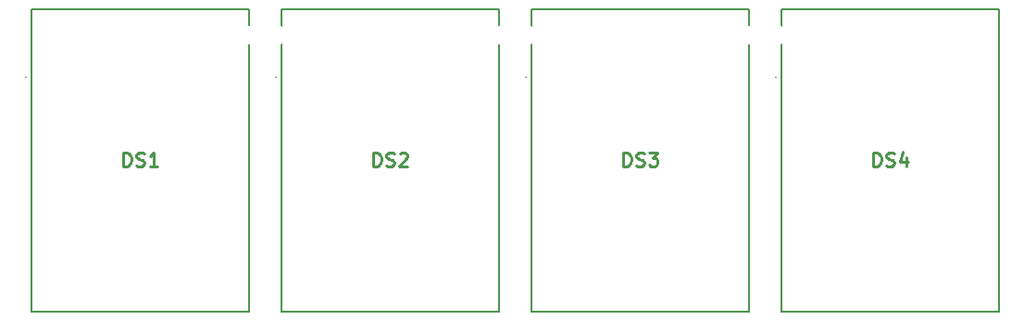
<source format=gto>
%TF.GenerationSoftware,KiCad,Pcbnew,(6.0.0)*%
%TF.CreationDate,2022-03-13T21:01:20-04:00*%
%TF.ProjectId,panel meter display rev1,70616e65-6c20-46d6-9574-657220646973,rev?*%
%TF.SameCoordinates,Original*%
%TF.FileFunction,Legend,Top*%
%TF.FilePolarity,Positive*%
%FSLAX46Y46*%
G04 Gerber Fmt 4.6, Leading zero omitted, Abs format (unit mm)*
G04 Created by KiCad (PCBNEW (6.0.0)) date 2022-03-13 21:01:20*
%MOMM*%
%LPD*%
G01*
G04 APERTURE LIST*
%ADD10C,0.254000*%
%ADD11C,0.200000*%
%ADD12C,0.100000*%
%ADD13C,3.200000*%
%ADD14R,1.200000X1.200000*%
%ADD15C,1.200000*%
%ADD16R,1.700000X1.700000*%
%ADD17O,1.700000X1.700000*%
G04 APERTURE END LIST*
D10*
%TO.C,DS2*%
X125457857Y-36134523D02*
X125457857Y-34864523D01*
X125760238Y-34864523D01*
X125941666Y-34925000D01*
X126062619Y-35045952D01*
X126123095Y-35166904D01*
X126183571Y-35408809D01*
X126183571Y-35590238D01*
X126123095Y-35832142D01*
X126062619Y-35953095D01*
X125941666Y-36074047D01*
X125760238Y-36134523D01*
X125457857Y-36134523D01*
X126667380Y-36074047D02*
X126848809Y-36134523D01*
X127151190Y-36134523D01*
X127272142Y-36074047D01*
X127332619Y-36013571D01*
X127393095Y-35892619D01*
X127393095Y-35771666D01*
X127332619Y-35650714D01*
X127272142Y-35590238D01*
X127151190Y-35529761D01*
X126909285Y-35469285D01*
X126788333Y-35408809D01*
X126727857Y-35348333D01*
X126667380Y-35227380D01*
X126667380Y-35106428D01*
X126727857Y-34985476D01*
X126788333Y-34925000D01*
X126909285Y-34864523D01*
X127211666Y-34864523D01*
X127393095Y-34925000D01*
X127876904Y-34985476D02*
X127937380Y-34925000D01*
X128058333Y-34864523D01*
X128360714Y-34864523D01*
X128481666Y-34925000D01*
X128542142Y-34985476D01*
X128602619Y-35106428D01*
X128602619Y-35227380D01*
X128542142Y-35408809D01*
X127816428Y-36134523D01*
X128602619Y-36134523D01*
%TO.C,DS4*%
X171177857Y-36134523D02*
X171177857Y-34864523D01*
X171480238Y-34864523D01*
X171661666Y-34925000D01*
X171782619Y-35045952D01*
X171843095Y-35166904D01*
X171903571Y-35408809D01*
X171903571Y-35590238D01*
X171843095Y-35832142D01*
X171782619Y-35953095D01*
X171661666Y-36074047D01*
X171480238Y-36134523D01*
X171177857Y-36134523D01*
X172387380Y-36074047D02*
X172568809Y-36134523D01*
X172871190Y-36134523D01*
X172992142Y-36074047D01*
X173052619Y-36013571D01*
X173113095Y-35892619D01*
X173113095Y-35771666D01*
X173052619Y-35650714D01*
X172992142Y-35590238D01*
X172871190Y-35529761D01*
X172629285Y-35469285D01*
X172508333Y-35408809D01*
X172447857Y-35348333D01*
X172387380Y-35227380D01*
X172387380Y-35106428D01*
X172447857Y-34985476D01*
X172508333Y-34925000D01*
X172629285Y-34864523D01*
X172931666Y-34864523D01*
X173113095Y-34925000D01*
X174201666Y-35287857D02*
X174201666Y-36134523D01*
X173899285Y-34804047D02*
X173596904Y-35711190D01*
X174383095Y-35711190D01*
%TO.C,DS1*%
X102597857Y-36134523D02*
X102597857Y-34864523D01*
X102900238Y-34864523D01*
X103081666Y-34925000D01*
X103202619Y-35045952D01*
X103263095Y-35166904D01*
X103323571Y-35408809D01*
X103323571Y-35590238D01*
X103263095Y-35832142D01*
X103202619Y-35953095D01*
X103081666Y-36074047D01*
X102900238Y-36134523D01*
X102597857Y-36134523D01*
X103807380Y-36074047D02*
X103988809Y-36134523D01*
X104291190Y-36134523D01*
X104412142Y-36074047D01*
X104472619Y-36013571D01*
X104533095Y-35892619D01*
X104533095Y-35771666D01*
X104472619Y-35650714D01*
X104412142Y-35590238D01*
X104291190Y-35529761D01*
X104049285Y-35469285D01*
X103928333Y-35408809D01*
X103867857Y-35348333D01*
X103807380Y-35227380D01*
X103807380Y-35106428D01*
X103867857Y-34985476D01*
X103928333Y-34925000D01*
X104049285Y-34864523D01*
X104351666Y-34864523D01*
X104533095Y-34925000D01*
X105742619Y-36134523D02*
X105016904Y-36134523D01*
X105379761Y-36134523D02*
X105379761Y-34864523D01*
X105258809Y-35045952D01*
X105137857Y-35166904D01*
X105016904Y-35227380D01*
%TO.C,DS3*%
X148317857Y-36134523D02*
X148317857Y-34864523D01*
X148620238Y-34864523D01*
X148801666Y-34925000D01*
X148922619Y-35045952D01*
X148983095Y-35166904D01*
X149043571Y-35408809D01*
X149043571Y-35590238D01*
X148983095Y-35832142D01*
X148922619Y-35953095D01*
X148801666Y-36074047D01*
X148620238Y-36134523D01*
X148317857Y-36134523D01*
X149527380Y-36074047D02*
X149708809Y-36134523D01*
X150011190Y-36134523D01*
X150132142Y-36074047D01*
X150192619Y-36013571D01*
X150253095Y-35892619D01*
X150253095Y-35771666D01*
X150192619Y-35650714D01*
X150132142Y-35590238D01*
X150011190Y-35529761D01*
X149769285Y-35469285D01*
X149648333Y-35408809D01*
X149587857Y-35348333D01*
X149527380Y-35227380D01*
X149527380Y-35106428D01*
X149587857Y-34985476D01*
X149648333Y-34925000D01*
X149769285Y-34864523D01*
X150071666Y-34864523D01*
X150253095Y-34925000D01*
X150676428Y-34864523D02*
X151462619Y-34864523D01*
X151039285Y-35348333D01*
X151220714Y-35348333D01*
X151341666Y-35408809D01*
X151402142Y-35469285D01*
X151462619Y-35590238D01*
X151462619Y-35892619D01*
X151402142Y-36013571D01*
X151341666Y-36074047D01*
X151220714Y-36134523D01*
X150857857Y-36134523D01*
X150736904Y-36074047D01*
X150676428Y-36013571D01*
D11*
%TO.C,DS2*%
X117050000Y-21715000D02*
X136950000Y-21715000D01*
X117050000Y-49405000D02*
X117050000Y-21715000D01*
D12*
X116580000Y-27940000D02*
X116580000Y-27940000D01*
D11*
X136950000Y-49405000D02*
X117050000Y-49405000D01*
D12*
X116480000Y-27940000D02*
X116480000Y-27940000D01*
D11*
X136950000Y-21715000D02*
X136950000Y-49405000D01*
D12*
X116580000Y-27940000D02*
G75*
G03*
X116480000Y-27940000I-50000J0D01*
G01*
X116480000Y-27940000D02*
G75*
G03*
X116580000Y-27940000I50000J0D01*
G01*
D11*
%TO.C,DS4*%
X182670000Y-49405000D02*
X162770000Y-49405000D01*
D12*
X162200000Y-27940000D02*
X162200000Y-27940000D01*
D11*
X162770000Y-49405000D02*
X162770000Y-21715000D01*
X182670000Y-21715000D02*
X182670000Y-49405000D01*
X162770000Y-21715000D02*
X182670000Y-21715000D01*
D12*
X162300000Y-27940000D02*
X162300000Y-27940000D01*
X162200000Y-27940000D02*
G75*
G03*
X162300000Y-27940000I50000J0D01*
G01*
X162300000Y-27940000D02*
G75*
G03*
X162200000Y-27940000I-50000J0D01*
G01*
D11*
%TO.C,DS1*%
X94190000Y-21715000D02*
X114090000Y-21715000D01*
D12*
X93720000Y-27940000D02*
X93720000Y-27940000D01*
D11*
X94190000Y-49405000D02*
X94190000Y-21715000D01*
X114090000Y-21715000D02*
X114090000Y-49405000D01*
D12*
X93620000Y-27940000D02*
X93620000Y-27940000D01*
D11*
X114090000Y-49405000D02*
X94190000Y-49405000D01*
D12*
X93620000Y-27940000D02*
G75*
G03*
X93720000Y-27940000I50000J0D01*
G01*
X93720000Y-27940000D02*
G75*
G03*
X93620000Y-27940000I-50000J0D01*
G01*
D11*
%TO.C,DS3*%
X139910000Y-49405000D02*
X139910000Y-21715000D01*
X159810000Y-49405000D02*
X139910000Y-49405000D01*
D12*
X139440000Y-27940000D02*
X139440000Y-27940000D01*
D11*
X139910000Y-21715000D02*
X159810000Y-21715000D01*
D12*
X139340000Y-27940000D02*
X139340000Y-27940000D01*
D11*
X159810000Y-21715000D02*
X159810000Y-49405000D01*
D12*
X139440000Y-27940000D02*
G75*
G03*
X139340000Y-27940000I-50000J0D01*
G01*
X139340000Y-27940000D02*
G75*
G03*
X139440000Y-27940000I50000J0D01*
G01*
%TD*%
%LPC*%
D13*
%TO.C,REF\u002A\u002A*%
X187960000Y-46990000D03*
%TD*%
D14*
%TO.C,DS2*%
X119380000Y-27940000D03*
D15*
X119380000Y-30480000D03*
X119380000Y-33020000D03*
X119380000Y-35560000D03*
X119380000Y-38100000D03*
X119380000Y-40640000D03*
X134620000Y-45720000D03*
X134620000Y-43180000D03*
X134620000Y-40640000D03*
X134620000Y-38100000D03*
X134620000Y-35560000D03*
X134620000Y-33020000D03*
X134620000Y-27940000D03*
%TD*%
D13*
%TO.C,REF\u002A\u002A*%
X88900000Y-24130000D03*
%TD*%
D14*
%TO.C,DS4*%
X165100000Y-27940000D03*
D15*
X165100000Y-30480000D03*
X165100000Y-33020000D03*
X165100000Y-35560000D03*
X165100000Y-38100000D03*
X165100000Y-40640000D03*
X180340000Y-45720000D03*
X180340000Y-43180000D03*
X180340000Y-40640000D03*
X180340000Y-38100000D03*
X180340000Y-35560000D03*
X180340000Y-33020000D03*
X180340000Y-27940000D03*
%TD*%
D14*
%TO.C,DS1*%
X96520000Y-27940000D03*
D15*
X96520000Y-30480000D03*
X96520000Y-33020000D03*
X96520000Y-35560000D03*
X96520000Y-38100000D03*
X96520000Y-40640000D03*
X111760000Y-45720000D03*
X111760000Y-43180000D03*
X111760000Y-40640000D03*
X111760000Y-38100000D03*
X111760000Y-35560000D03*
X111760000Y-33020000D03*
X111760000Y-27940000D03*
%TD*%
D13*
%TO.C,REF\u002A\u002A*%
X88900000Y-46990000D03*
%TD*%
D14*
%TO.C,DS3*%
X142240000Y-27940000D03*
D15*
X142240000Y-30480000D03*
X142240000Y-33020000D03*
X142240000Y-35560000D03*
X142240000Y-38100000D03*
X142240000Y-40640000D03*
X157480000Y-45720000D03*
X157480000Y-43180000D03*
X157480000Y-40640000D03*
X157480000Y-38100000D03*
X157480000Y-35560000D03*
X157480000Y-33020000D03*
X157480000Y-27940000D03*
%TD*%
D13*
%TO.C,REF\u002A\u002A*%
X187960000Y-24130000D03*
%TD*%
D16*
%TO.C,J1*%
X106680000Y-24130000D03*
D17*
X109220000Y-24130000D03*
X111760000Y-24130000D03*
X114300000Y-24130000D03*
X116840000Y-24130000D03*
X119380000Y-24130000D03*
X121920000Y-24130000D03*
X124460000Y-24130000D03*
X127000000Y-24130000D03*
X129540000Y-24130000D03*
X132080000Y-24130000D03*
X134620000Y-24130000D03*
X137160000Y-24130000D03*
X139700000Y-24130000D03*
X142240000Y-24130000D03*
X144780000Y-24130000D03*
X147320000Y-24130000D03*
X149860000Y-24130000D03*
X152400000Y-24130000D03*
X154940000Y-24130000D03*
X157480000Y-24130000D03*
X160020000Y-24130000D03*
X162560000Y-24130000D03*
X165100000Y-24130000D03*
X167640000Y-24130000D03*
X170180000Y-24130000D03*
X172720000Y-24130000D03*
%TD*%
M02*

</source>
